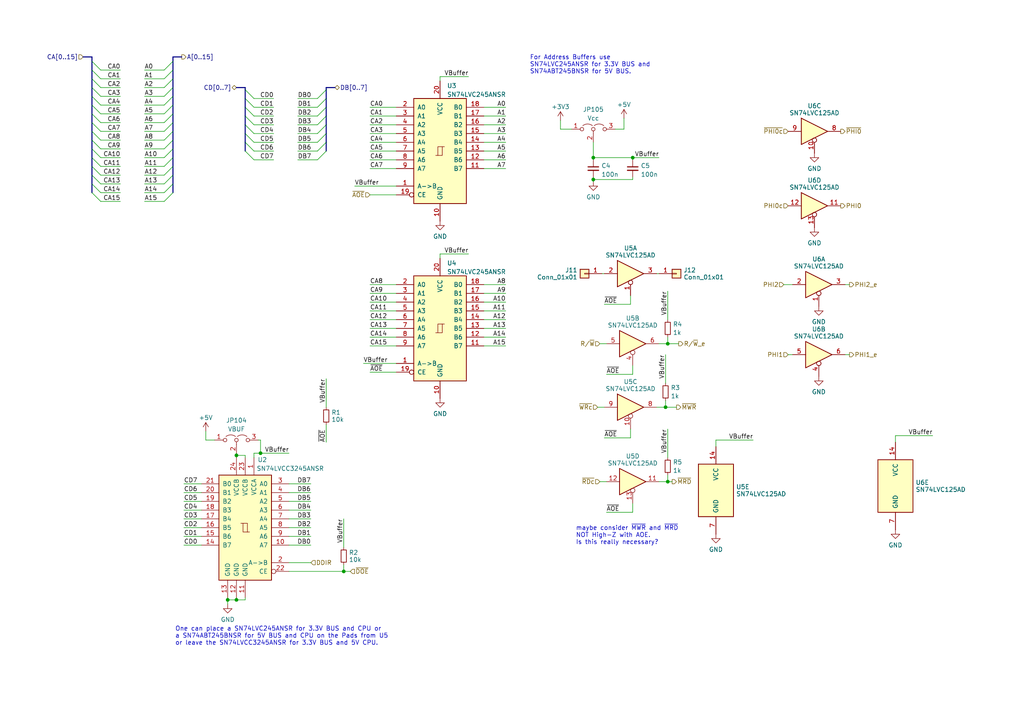
<source format=kicad_sch>
(kicad_sch (version 20231120) (generator "eeschema") (generator_version "8.0")
  (paper "A4")
  (title_block (title "Unicomp v3 - Buffers") (date "2024-10-01") (rev "v1.0") (company "100% Offner") (comment 1 "v1.0: Initial"))
  (lib_symbols
    (symbol "74xx:74LS125" (pin_names (offset 1.016))
      (property "Reference" "U" (at 0 1.27 0))
      (property "Value" "74LS125" (at 0 -1.27 0))
      (symbol "74LS125_1_0"
        (polyline (pts (xy -3.81 3.81) (xy -3.81 -3.81) (xy 3.81 0) (xy -3.81 3.81)) (stroke (width 0.254)) (fill (type background)))
        (pin input inverted (at 0 -6.35 90) (length 4.445) (name "~") (number "1"))
        (pin input line (at -7.62 0 0) (length 3.81) (name "~") (number "2"))
        (pin tri_state line (at 7.62 0 180) (length 3.81) (name "~") (number "3"))
      )
      (symbol "74LS125_2_0"
        (polyline (pts (xy -3.81 3.81) (xy -3.81 -3.81) (xy 3.81 0) (xy -3.81 3.81)) (stroke (width 0.254)) (fill (type background)))
        (pin input inverted (at 0 -6.35 90) (length 4.445) (name "~") (number "4"))
        (pin input line (at -7.62 0 0) (length 3.81) (name "~") (number "5"))
        (pin tri_state line (at 7.62 0 180) (length 3.81) (name "~") (number "6"))
      )
      (symbol "74LS125_3_0"
        (polyline (pts (xy -3.81 3.81) (xy -3.81 -3.81) (xy 3.81 0) (xy -3.81 3.81)) (stroke (width 0.254)) (fill (type background)))
        (pin input inverted (at 0 -6.35 90) (length 4.445) (name "~") (number "10"))
        (pin tri_state line (at 7.62 0 180) (length 3.81) (name "~") (number "8"))
        (pin input line (at -7.62 0 0) (length 3.81) (name "~") (number "9"))
      )
      (symbol "74LS125_4_0"
        (polyline (pts (xy -3.81 3.81) (xy -3.81 -3.81) (xy 3.81 0) (xy -3.81 3.81)) (stroke (width 0.254)) (fill (type background)))
        (pin tri_state line (at 7.62 0 180) (length 3.81) (name "~") (number "11"))
        (pin input line (at -7.62 0 0) (length 3.81) (name "~") (number "12"))
        (pin input inverted (at 0 -6.35 90) (length 4.445) (name "~") (number "13"))
      )
      (symbol "74LS125_5_0"
        (pin power_in line (at 0 12.7 270) (length 5.08) (name "VCC") (number "14"))
        (pin power_in line (at 0 -12.7 90) (length 5.08) (name "GND") (number "7"))
      )
      (symbol "74LS125_5_1"
        (rectangle (start -5.08 7.62) (end 5.08 -7.62) (stroke (width 0.254)) (fill (type background)))
      )
    )
    (symbol "74xx:74LS245" (pin_names (offset 1.016))
      (property "Reference" "U" (at -7.62 16.51 0))
      (property "Value" "74LS245" (at -7.62 -16.51 0))
      (symbol "74LS245_1_0"
        (polyline (pts (xy -0.635 -1.27) (xy -0.635 1.27) (xy 0.635 1.27)))
        (polyline (pts (xy -1.27 -1.27) (xy 0.635 -1.27) (xy 0.635 1.27) (xy 1.27 1.27)))
        (pin input line (at -12.7 -10.16 0) (length 5.08) (name "A->B") (number "1"))
        (pin power_in line (at 0 -20.32 90) (length 5.08) (name "GND") (number "10"))
        (pin tri_state line (at 12.7 -5.08 180) (length 5.08) (name "B7") (number "11"))
        (pin tri_state line (at 12.7 -2.54 180) (length 5.08) (name "B6") (number "12"))
        (pin tri_state line (at 12.7 0 180) (length 5.08) (name "B5") (number "13"))
        (pin tri_state line (at 12.7 2.54 180) (length 5.08) (name "B4") (number "14"))
        (pin tri_state line (at 12.7 5.08 180) (length 5.08) (name "B3") (number "15"))
        (pin tri_state line (at 12.7 7.62 180) (length 5.08) (name "B2") (number "16"))
        (pin tri_state line (at 12.7 10.16 180) (length 5.08) (name "B1") (number "17"))
        (pin tri_state line (at 12.7 12.7 180) (length 5.08) (name "B0") (number "18"))
        (pin input inverted (at -12.7 -12.7 0) (length 5.08) (name "CE") (number "19"))
        (pin tri_state line (at -12.7 12.7 0) (length 5.08) (name "A0") (number "2"))
        (pin power_in line (at 0 20.32 270) (length 5.08) (name "VCC") (number "20"))
        (pin tri_state line (at -12.7 10.16 0) (length 5.08) (name "A1") (number "3"))
        (pin tri_state line (at -12.7 7.62 0) (length 5.08) (name "A2") (number "4"))
        (pin tri_state line (at -12.7 5.08 0) (length 5.08) (name "A3") (number "5"))
        (pin tri_state line (at -12.7 2.54 0) (length 5.08) (name "A4") (number "6"))
        (pin tri_state line (at -12.7 0 0) (length 5.08) (name "A5") (number "7"))
        (pin tri_state line (at -12.7 -2.54 0) (length 5.08) (name "A6") (number "8"))
        (pin tri_state line (at -12.7 -5.08 0) (length 5.08) (name "A7") (number "9"))
      )
      (symbol "74LS245_1_1"
        (rectangle (start -7.62 15.24) (end 7.62 -15.24) (stroke (width 0.254)) (fill (type background)))
      )
    )
    (symbol "Connector_Generic:Conn_01x01" (pin_names (offset 1.016) hide)
      (property "Reference" "J" (at 0 2.54 0))
      (property "Value" "Conn_01x01" (at 0 -2.54 0))
      (symbol "Conn_01x01_1_1"
        (rectangle (start -1.27 0.127) (end 0 -0.127) (stroke (width 0.1524)))
        (rectangle (start -1.27 1.27) (end 1.27 -1.27) (stroke (width 0.254)) (fill (type background)))
        (pin passive line (at -5.08 0 0) (length 3.81) (name "Pin_1") (number "1"))
      )
    )
    (symbol "Device:C_Small" (pin_numbers hide) (pin_names (offset 0.254) hide)
      (property "Reference" "C" (at 0.254 1.778 0))
      (property "Value" "C_Small" (at 0.254 -2.032 0))
      (symbol "C_Small_0_1"
        (polyline (pts (xy -1.524 -0.508) (xy 1.524 -0.508)) (stroke (width 0.3302)))
        (polyline (pts (xy -1.524 0.508) (xy 1.524 0.508)) (stroke (width 0.3048)))
      )
      (symbol "C_Small_1_1"
        (pin passive line (at 0 2.54 270) (length 2.032) (name "~") (number "1"))
        (pin passive line (at 0 -2.54 90) (length 2.032) (name "~") (number "2"))
      )
    )
    (symbol "Device:R_Small" (pin_numbers hide) (pin_names (offset 0.254) hide)
      (property "Reference" "R" (at 0.762 0.508 0))
      (property "Value" "R_Small" (at 0.762 -1.016 0))
      (symbol "R_Small_0_1"
        (rectangle (start -0.762 1.778) (end 0.762 -1.778) (stroke (width 0.2032)))
      )
      (symbol "R_Small_1_1"
        (pin passive line (at 0 2.54 270) (length 0.762) (name "~") (number "1"))
        (pin passive line (at 0 -2.54 90) (length 0.762) (name "~") (number "2"))
      )
    )
    (symbol "Jumper:Jumper_3_Open" (pin_names (offset 0) hide)
      (property "Reference" "JP" (at -2.54 -2.54 0))
      (property "Value" "Jumper_3_Open" (at 0 2.794 0))
      (symbol "Jumper_3_Open_0_0"
        (circle (center -3.302 0) (radius 0.508))
        (circle (center 0 0) (radius 0.508))
        (circle (center 3.302 0) (radius 0.508))
      )
      (symbol "Jumper_3_Open_0_1"
        (arc (start -0.254 1.016) (mid -1.651 1.4992) (end -3.048 1.016))
        (polyline (pts (xy 0 -0.508) (xy 0 -1.27)))
        (arc (start 3.048 1.016) (mid 1.651 1.4992) (end 0.254 1.016))
      )
      (symbol "Jumper_3_Open_1_1"
        (pin passive line (at -6.35 0 0) (length 2.54) (name "A") (number "1"))
        (pin passive line (at 0 -3.81 90) (length 2.54) (name "C") (number "2"))
        (pin passive line (at 6.35 0 180) (length 2.54) (name "B") (number "3"))
      )
    )
    (symbol "my_ics_new:74LVC4245" (pin_names (offset 1.016))
      (property "Reference" "U" (at -7.62 19.05 0))
      (property "Value" "74LVC4245" (at -10.16 16.51 0))
      (symbol "74LVC4245_1_0"
        (polyline (pts (xy -0.635 -1.27) (xy -0.635 1.27) (xy 0.635 1.27)))
        (polyline (pts (xy -1.27 -1.27) (xy 0.635 -1.27) (xy 0.635 1.27) (xy 1.27 1.27)))
        (pin power_in line (at -2.54 20.32 270) (length 5.08) (name "VCCA") (number "1"))
        (pin tri_state line (at -12.7 -5.08 0) (length 5.08) (name "A7") (number "10"))
        (pin power_in line (at 0 -20.32 90) (length 5.08) (name "GND") (number "11"))
        (pin power_in line (at 2.54 -20.32 90) (length 5.08) (name "GND") (number "12"))
        (pin power_in line (at 5.08 -20.32 90) (length 5.08) (name "GND") (number "13"))
        (pin tri_state line (at 12.7 -5.08 180) (length 5.08) (name "B7") (number "14"))
        (pin tri_state line (at 12.7 -2.54 180) (length 5.08) (name "B6") (number "15"))
        (pin tri_state line (at 12.7 0 180) (length 5.08) (name "B5") (number "16"))
        (pin tri_state line (at 12.7 2.54 180) (length 5.08) (name "B4") (number "17"))
        (pin tri_state line (at 12.7 5.08 180) (length 5.08) (name "B3") (number "18"))
        (pin tri_state line (at 12.7 7.62 180) (length 5.08) (name "B2") (number "19"))
        (pin input line (at -12.7 -10.16 0) (length 5.08) (name "A->B") (number "2"))
        (pin tri_state line (at 12.7 10.16 180) (length 5.08) (name "B1") (number "20"))
        (pin tri_state line (at 12.7 12.7 180) (length 5.08) (name "B0") (number "21"))
        (pin input inverted (at -12.7 -12.7 0) (length 5.08) (name "CE") (number "22"))
        (pin power_in line (at 0 20.32 270) (length 5.08) (name "VCCB") (number "23"))
        (pin power_in line (at 2.54 20.32 270) (length 5.08) (name "VCCB") (number "24"))
        (pin tri_state line (at -12.7 12.7 0) (length 5.08) (name "A0") (number "3"))
        (pin tri_state line (at -12.7 10.16 0) (length 5.08) (name "A1") (number "4"))
        (pin tri_state line (at -12.7 7.62 0) (length 5.08) (name "A2") (number "5"))
        (pin tri_state line (at -12.7 5.08 0) (length 5.08) (name "A3") (number "6"))
        (pin tri_state line (at -12.7 2.54 0) (length 5.08) (name "A4") (number "7"))
        (pin tri_state line (at -12.7 0 0) (length 5.08) (name "A5") (number "8"))
        (pin tri_state line (at -12.7 -2.54 0) (length 5.08) (name "A6") (number "9"))
      )
      (symbol "74LVC4245_1_1"
        (rectangle (start -7.62 15.24) (end 7.62 -15.24) (stroke (width 0.254)) (fill (type background)))
      )
    )
    (symbol "power:+3V3" (power) (pin_names (offset 0))
      (property "Value" "+3V3" (at 0 3.556 0))
      (symbol "+3V3_0_1"
        (polyline (pts (xy -0.762 1.27) (xy 0 2.54)))
        (polyline (pts (xy 0 0) (xy 0 2.54)))
        (polyline (pts (xy 0 2.54) (xy 0.762 1.27)))
      )
      (symbol "+3V3_1_1"
        (pin power_in line (at 0 0 90) (length 0) hide (name "+3V3") (number "1"))
      )
    )
    (symbol "power:+5V" (power) (pin_names (offset 0))
      (property "Value" "+5V" (at 0 3.556 0))
      (symbol "+5V_0_1"
        (polyline (pts (xy -0.762 1.27) (xy 0 2.54)))
        (polyline (pts (xy 0 0) (xy 0 2.54)))
        (polyline (pts (xy 0 2.54) (xy 0.762 1.27)))
      )
      (symbol "+5V_1_1"
        (pin power_in line (at 0 0 90) (length 0) hide (name "+5V") (number "1"))
      )
    )
    (symbol "power:GND" (power) (pin_names (offset 0))
      (property "Value" "GND" (at 0 -3.81 0))
      (symbol "GND_0_1"
        (polyline (pts (xy 0 0) (xy 0 -1.27) (xy 1.27 -1.27) (xy 0 -2.54) (xy -1.27 -1.27) (xy 0 -1.27)))
      )
      (symbol "GND_1_1"
        (pin power_in line (at 0 0 270) (length 0) hide (name "GND") (number "1"))
      )
    )
  )
  (junction (at 172.085 45.72))
  (junction (at 99.695 165.735))
  (junction (at 66.04 173.99))
  (junction (at 183.515 45.72))
  (junction (at 172.085 52.07))
  (junction (at 68.58 173.99))
  (junction (at 193.675 99.695))
  (junction (at 75.565 131.445))
  (junction (at 193.04 118.11))
  (junction (at 68.58 132.08))
  (junction (at 193.675 139.7))
  (bus_entry (at 50.165 55.88) (size -2.54 2.54))
  (bus_entry (at 26.67 45.72) (size 2.54 2.54))
  (bus_entry (at 26.67 22.86) (size 2.54 2.54))
  (bus_entry (at 26.67 25.4) (size 2.54 2.54))
  (bus_entry (at 71.12 31.115) (size 2.54 2.54))
  (bus_entry (at 94.615 28.575) (size -2.54 2.54))
  (bus_entry (at 26.67 40.64) (size 2.54 2.54))
  (bus_entry (at 50.165 50.8) (size -2.54 2.54))
  (bus_entry (at 94.615 33.655) (size -2.54 2.54))
  (bus_entry (at 50.165 48.26) (size -2.54 2.54))
  (bus_entry (at 26.67 27.94) (size 2.54 2.54))
  (bus_entry (at 94.615 31.115) (size -2.54 2.54))
  (bus_entry (at 26.67 33.02) (size 2.54 2.54))
  (bus_entry (at 71.12 38.735) (size 2.54 2.54))
  (bus_entry (at 50.165 20.32) (size -2.54 2.54))
  (bus_entry (at 50.165 27.94) (size -2.54 2.54))
  (bus_entry (at 71.12 33.655) (size 2.54 2.54))
  (bus_entry (at 50.165 40.64) (size -2.54 2.54))
  (bus_entry (at 26.67 20.32) (size 2.54 2.54))
  (bus_entry (at 26.67 55.88) (size 2.54 2.54))
  (bus_entry (at 50.165 38.1) (size -2.54 2.54))
  (bus_entry (at 94.615 36.195) (size -2.54 2.54))
  (bus_entry (at 94.615 43.815) (size -2.54 2.54))
  (bus_entry (at 26.67 48.26) (size 2.54 2.54))
  (bus_entry (at 50.165 53.34) (size -2.54 2.54))
  (bus_entry (at 26.67 53.34) (size 2.54 2.54))
  (bus_entry (at 50.165 22.86) (size -2.54 2.54))
  (bus_entry (at 50.165 43.18) (size -2.54 2.54))
  (bus_entry (at 94.615 38.735) (size -2.54 2.54))
  (bus_entry (at 26.67 30.48) (size 2.54 2.54))
  (bus_entry (at 71.12 41.275) (size 2.54 2.54))
  (bus_entry (at 71.12 28.575) (size 2.54 2.54))
  (bus_entry (at 94.615 41.275) (size -2.54 2.54))
  (bus_entry (at 94.615 26.035) (size -2.54 2.54))
  (bus_entry (at 26.67 17.78) (size 2.54 2.54))
  (bus_entry (at 26.67 50.8) (size 2.54 2.54))
  (bus_entry (at 50.165 25.4) (size -2.54 2.54))
  (bus_entry (at 71.12 26.035) (size 2.54 2.54))
  (bus_entry (at 50.165 17.78) (size -2.54 2.54))
  (bus_entry (at 26.67 38.1) (size 2.54 2.54))
  (bus_entry (at 50.165 33.02) (size -2.54 2.54))
  (bus_entry (at 50.165 35.56) (size -2.54 2.54))
  (bus_entry (at 71.12 36.195) (size 2.54 2.54))
  (bus_entry (at 26.67 43.18) (size 2.54 2.54))
  (bus_entry (at 71.12 43.815) (size 2.54 2.54))
  (bus_entry (at 50.165 45.72) (size -2.54 2.54))
  (bus_entry (at 50.165 30.48) (size -2.54 2.54))
  (bus_entry (at 26.67 35.56) (size 2.54 2.54))
  (wire (pts (xy 183.515 52.07) (xy 183.515 51.435)))
  (wire (pts (xy 71.12 173.99) (xy 71.12 173.355)))
  (bus (pts (xy 26.67 25.4) (xy 26.67 22.86)))
  (bus (pts (xy 50.165 48.26) (xy 50.165 45.72)))
  (wire (pts (xy 83.82 131.445) (xy 75.565 131.445)))
  (wire (pts (xy 90.17 145.415) (xy 83.82 145.415)))
  (wire (pts (xy 71.12 132.08) (xy 71.12 132.715)))
  (wire (pts (xy 86.36 46.355) (xy 92.075 46.355)))
  (bus (pts (xy 50.165 55.88) (xy 50.165 53.34)))
  (wire (pts (xy 193.675 137.795) (xy 193.675 139.7)))
  (wire (pts (xy 127.635 22.225) (xy 127.635 23.495)))
  (wire (pts (xy 107.315 31.115) (xy 114.935 31.115)))
  (wire (pts (xy 107.315 56.515) (xy 114.935 56.515)))
  (bus (pts (xy 50.165 38.1) (xy 50.165 35.56)))
  (wire (pts (xy 107.315 100.33) (xy 114.935 100.33)))
  (wire (pts (xy 140.335 100.33) (xy 146.685 100.33)))
  (wire (pts (xy 107.315 33.655) (xy 114.935 33.655)))
  (wire (pts (xy 107.315 36.195) (xy 114.935 36.195)))
  (wire (pts (xy 59.69 127.635) (xy 62.23 127.635)))
  (bus (pts (xy 50.165 50.8) (xy 50.165 48.26)))
  (wire (pts (xy 183.515 45.72) (xy 183.515 46.355)))
  (bus (pts (xy 50.165 43.18) (xy 50.165 40.64)))
  (bus (pts (xy 50.165 20.32) (xy 50.165 17.78)))
  (wire (pts (xy 34.925 27.94) (xy 29.21 27.94)))
  (wire (pts (xy 173.355 118.11) (xy 175.26 118.11)))
  (wire (pts (xy 59.69 125.095) (xy 59.69 127.635)))
  (bus (pts (xy 94.615 36.195) (xy 94.615 33.655)))
  (bus (pts (xy 26.67 17.78) (xy 26.67 16.51)))
  (wire (pts (xy 34.925 22.86) (xy 29.21 22.86)))
  (wire (pts (xy 34.925 30.48) (xy 29.21 30.48)))
  (wire (pts (xy 140.335 90.17) (xy 146.685 90.17)))
  (wire (pts (xy 58.42 158.115) (xy 53.34 158.115)))
  (wire (pts (xy 173.99 99.695) (xy 175.895 99.695)))
  (wire (pts (xy 135.89 22.225) (xy 127.635 22.225)))
  (bus (pts (xy 71.12 41.275) (xy 71.12 38.735)))
  (wire (pts (xy 191.135 99.695) (xy 193.675 99.695)))
  (wire (pts (xy 90.17 163.195) (xy 83.82 163.195)))
  (bus (pts (xy 26.67 55.88) (xy 26.67 53.34)))
  (wire (pts (xy 172.085 52.07) (xy 183.515 52.07)))
  (wire (pts (xy 165.735 37.465) (xy 162.56 37.465)))
  (bus (pts (xy 71.12 25.4) (xy 68.58 25.4)))
  (wire (pts (xy 41.91 45.72) (xy 47.625 45.72)))
  (wire (pts (xy 162.56 34.925) (xy 162.56 37.465)))
  (bus (pts (xy 94.615 43.815) (xy 94.615 41.275)))
  (wire (pts (xy 107.315 41.275) (xy 114.935 41.275)))
  (wire (pts (xy 34.925 55.88) (xy 29.21 55.88)))
  (bus (pts (xy 94.615 25.4) (xy 97.155 25.4)))
  (bus (pts (xy 26.67 35.56) (xy 26.67 33.02)))
  (bus (pts (xy 26.67 48.26) (xy 26.67 45.72)))
  (bus (pts (xy 26.67 40.64) (xy 26.67 38.1)))
  (wire (pts (xy 34.925 25.4) (xy 29.21 25.4)))
  (wire (pts (xy 79.375 38.735) (xy 73.66 38.735)))
  (wire (pts (xy 174.625 79.375) (xy 175.26 79.375)))
  (wire (pts (xy 83.82 165.735) (xy 99.695 165.735)))
  (bus (pts (xy 71.12 31.115) (xy 71.12 28.575)))
  (wire (pts (xy 140.335 87.63) (xy 146.685 87.63)))
  (bus (pts (xy 94.615 38.735) (xy 94.615 36.195)))
  (wire (pts (xy 107.315 85.09) (xy 114.935 85.09)))
  (wire (pts (xy 246.38 102.87) (xy 245.11 102.87)))
  (wire (pts (xy 41.91 33.02) (xy 47.625 33.02)))
  (wire (pts (xy 86.36 43.815) (xy 92.075 43.815)))
  (bus (pts (xy 26.67 43.18) (xy 26.67 40.64)))
  (bus (pts (xy 26.67 33.02) (xy 26.67 30.48)))
  (wire (pts (xy 193.675 84.455) (xy 193.675 92.71)))
  (bus (pts (xy 26.67 20.32) (xy 26.67 17.78)))
  (wire (pts (xy 99.695 150.495) (xy 99.695 158.75)))
  (wire (pts (xy 191.135 139.7) (xy 193.675 139.7)))
  (wire (pts (xy 140.335 85.09) (xy 146.685 85.09)))
  (wire (pts (xy 41.91 43.18) (xy 47.625 43.18)))
  (wire (pts (xy 41.91 35.56) (xy 47.625 35.56)))
  (bus (pts (xy 94.615 28.575) (xy 94.615 26.035)))
  (wire (pts (xy 86.36 38.735) (xy 92.075 38.735)))
  (wire (pts (xy 173.99 139.7) (xy 175.895 139.7)))
  (wire (pts (xy 183.515 45.72) (xy 191.135 45.72)))
  (wire (pts (xy 107.315 107.95) (xy 114.935 107.95)))
  (wire (pts (xy 183.515 108.585) (xy 183.515 106.045)))
  (bus (pts (xy 26.67 27.94) (xy 26.67 25.4)))
  (wire (pts (xy 34.925 20.32) (xy 29.21 20.32)))
  (wire (pts (xy 79.375 46.355) (xy 73.66 46.355)))
  (wire (pts (xy 207.645 129.54) (xy 207.645 127.635)))
  (wire (pts (xy 58.42 153.035) (xy 53.34 153.035)))
  (bus (pts (xy 50.165 45.72) (xy 50.165 43.18)))
  (bus (pts (xy 50.165 30.48) (xy 50.165 27.94)))
  (wire (pts (xy 228.6 102.87) (xy 229.87 102.87)))
  (wire (pts (xy 41.91 20.32) (xy 47.625 20.32)))
  (wire (pts (xy 86.36 33.655) (xy 92.075 33.655)))
  (bus (pts (xy 26.67 50.8) (xy 26.67 48.26)))
  (wire (pts (xy 140.335 97.79) (xy 146.685 97.79)))
  (wire (pts (xy 140.335 92.71) (xy 146.685 92.71)))
  (wire (pts (xy 180.975 37.465) (xy 178.435 37.465)))
  (wire (pts (xy 182.88 127) (xy 182.88 124.46)))
  (bus (pts (xy 50.165 17.78) (xy 50.165 16.51)))
  (wire (pts (xy 172.085 52.705) (xy 172.085 52.07)))
  (bus (pts (xy 50.165 33.02) (xy 50.165 30.48)))
  (bus (pts (xy 50.165 22.86) (xy 50.165 20.32)))
  (wire (pts (xy 58.42 145.415) (xy 53.34 145.415)))
  (wire (pts (xy 73.66 131.445) (xy 73.66 132.715)))
  (wire (pts (xy 193.675 97.79) (xy 193.675 99.695)))
  (wire (pts (xy 107.315 48.895) (xy 114.935 48.895)))
  (wire (pts (xy 58.42 142.875) (xy 53.34 142.875)))
  (wire (pts (xy 140.335 48.895) (xy 146.685 48.895)))
  (wire (pts (xy 79.375 31.115) (xy 73.66 31.115)))
  (wire (pts (xy 140.335 33.655) (xy 146.685 33.655)))
  (wire (pts (xy 86.36 41.275) (xy 92.075 41.275)))
  (wire (pts (xy 101.6 165.735) (xy 99.695 165.735)))
  (bus (pts (xy 50.165 25.4) (xy 50.165 22.86)))
  (wire (pts (xy 86.36 36.195) (xy 92.075 36.195)))
  (wire (pts (xy 34.925 48.26) (xy 29.21 48.26)))
  (bus (pts (xy 50.165 35.56) (xy 50.165 33.02)))
  (wire (pts (xy 86.36 28.575) (xy 92.075 28.575)))
  (wire (pts (xy 175.895 108.585) (xy 183.515 108.585)))
  (wire (pts (xy 259.715 128.27) (xy 259.715 126.365)))
  (wire (pts (xy 193.04 118.11) (xy 196.215 118.11)))
  (wire (pts (xy 34.925 50.8) (xy 29.21 50.8)))
  (wire (pts (xy 66.04 173.99) (xy 66.04 173.355)))
  (wire (pts (xy 102.87 53.975) (xy 114.935 53.975)))
  (wire (pts (xy 75.565 127.635) (xy 75.565 131.445)))
  (wire (pts (xy 190.5 118.11) (xy 193.04 118.11)))
  (wire (pts (xy 68.58 132.08) (xy 71.12 132.08)))
  (wire (pts (xy 58.42 150.495) (xy 53.34 150.495)))
  (wire (pts (xy 90.17 153.035) (xy 83.82 153.035)))
  (wire (pts (xy 58.42 155.575) (xy 53.34 155.575)))
  (wire (pts (xy 172.085 52.07) (xy 172.085 51.435)))
  (wire (pts (xy 34.925 35.56) (xy 29.21 35.56)))
  (bus (pts (xy 26.67 53.34) (xy 26.67 50.8)))
  (wire (pts (xy 193.675 124.46) (xy 193.675 132.715)))
  (wire (pts (xy 193.675 139.7) (xy 194.945 139.7)))
  (bus (pts (xy 50.165 53.34) (xy 50.165 50.8)))
  (wire (pts (xy 107.315 46.355) (xy 114.935 46.355)))
  (bus (pts (xy 26.67 30.48) (xy 26.67 27.94)))
  (wire (pts (xy 79.375 41.275) (xy 73.66 41.275)))
  (wire (pts (xy 66.04 173.99) (xy 68.58 173.99)))
  (wire (pts (xy 207.645 127.635) (xy 218.44 127.635)))
  (wire (pts (xy 41.91 30.48) (xy 47.625 30.48)))
  (wire (pts (xy 66.04 175.26) (xy 66.04 173.99)))
  (wire (pts (xy 90.17 158.115) (xy 83.82 158.115)))
  (wire (pts (xy 140.335 36.195) (xy 146.685 36.195)))
  (wire (pts (xy 41.91 58.42) (xy 47.625 58.42)))
  (wire (pts (xy 140.335 31.115) (xy 146.685 31.115)))
  (wire (pts (xy 182.88 88.265) (xy 182.88 85.725)))
  (bus (pts (xy 71.12 26.035) (xy 71.12 25.4)))
  (wire (pts (xy 34.925 45.72) (xy 29.21 45.72)))
  (wire (pts (xy 127.635 73.66) (xy 127.635 74.93)))
  (wire (pts (xy 107.315 97.79) (xy 114.935 97.79)))
  (wire (pts (xy 41.91 27.94) (xy 47.625 27.94)))
  (wire (pts (xy 79.375 33.655) (xy 73.66 33.655)))
  (wire (pts (xy 41.91 50.8) (xy 47.625 50.8)))
  (wire (pts (xy 34.925 38.1) (xy 29.21 38.1)))
  (wire (pts (xy 90.17 140.335) (xy 83.82 140.335)))
  (wire (pts (xy 107.315 90.17) (xy 114.935 90.17)))
  (wire (pts (xy 107.315 92.71) (xy 114.935 92.71)))
  (wire (pts (xy 58.42 147.955) (xy 53.34 147.955)))
  (wire (pts (xy 68.58 132.08) (xy 68.58 132.715)))
  (wire (pts (xy 190.5 79.375) (xy 191.135 79.375)))
  (bus (pts (xy 71.12 36.195) (xy 71.12 33.655)))
  (wire (pts (xy 227.33 82.55) (xy 229.87 82.55)))
  (wire (pts (xy 107.315 82.55) (xy 114.935 82.55)))
  (wire (pts (xy 140.335 43.815) (xy 146.685 43.815)))
  (wire (pts (xy 140.335 46.355) (xy 146.685 46.355)))
  (wire (pts (xy 105.41 105.41) (xy 114.935 105.41)))
  (wire (pts (xy 107.315 95.25) (xy 114.935 95.25)))
  (wire (pts (xy 34.925 58.42) (xy 29.21 58.42)))
  (wire (pts (xy 183.515 148.59) (xy 183.515 146.05)))
  (wire (pts (xy 34.925 53.34) (xy 29.21 53.34)))
  (wire (pts (xy 107.315 38.735) (xy 114.935 38.735)))
  (wire (pts (xy 41.91 38.1) (xy 47.625 38.1)))
  (bus (pts (xy 50.165 27.94) (xy 50.165 25.4)))
  (wire (pts (xy 107.315 43.815) (xy 114.935 43.815)))
  (wire (pts (xy 34.925 43.18) (xy 29.21 43.18)))
  (wire (pts (xy 41.91 53.34) (xy 47.625 53.34)))
  (wire (pts (xy 172.085 45.72) (xy 172.085 46.355)))
  (bus (pts (xy 50.165 16.51) (xy 52.705 16.51)))
  (wire (pts (xy 175.895 148.59) (xy 183.515 148.59)))
  (wire (pts (xy 90.17 142.875) (xy 83.82 142.875)))
  (bus (pts (xy 71.12 38.735) (xy 71.12 36.195)))
  (wire (pts (xy 79.375 36.195) (xy 73.66 36.195)))
  (wire (pts (xy 140.335 82.55) (xy 146.685 82.55)))
  (wire (pts (xy 58.42 140.335) (xy 53.34 140.335)))
  (bus (pts (xy 94.615 31.115) (xy 94.615 28.575)))
  (bus (pts (xy 26.67 45.72) (xy 26.67 43.18)))
  (wire (pts (xy 90.17 150.495) (xy 83.82 150.495)))
  (wire (pts (xy 41.91 22.86) (xy 47.625 22.86)))
  (wire (pts (xy 79.375 28.575) (xy 73.66 28.575)))
  (wire (pts (xy 140.335 95.25) (xy 146.685 95.25)))
  (wire (pts (xy 175.26 127) (xy 182.88 127)))
  (wire (pts (xy 90.17 155.575) (xy 83.82 155.575)))
  (bus (pts (xy 50.165 40.64) (xy 50.165 38.1)))
  (wire (pts (xy 41.91 40.64) (xy 47.625 40.64)))
  (wire (pts (xy 193.04 102.87) (xy 193.04 111.125)))
  (wire (pts (xy 34.925 33.02) (xy 29.21 33.02)))
  (wire (pts (xy 245.11 82.55) (xy 246.38 82.55)))
  (bus (pts (xy 94.615 26.035) (xy 94.615 25.4)))
  (wire (pts (xy 140.335 38.735) (xy 146.685 38.735)))
  (wire (pts (xy 172.085 45.72) (xy 183.515 45.72)))
  (wire (pts (xy 175.26 88.265) (xy 182.88 88.265)))
  (wire (pts (xy 41.91 25.4) (xy 47.625 25.4)))
  (bus (pts (xy 26.67 22.86) (xy 26.67 20.32)))
  (wire (pts (xy 68.58 131.445) (xy 68.58 132.08)))
  (wire (pts (xy 74.93 127.635) (xy 75.565 127.635)))
  (wire (pts (xy 193.675 99.695) (xy 196.85 99.695)))
  (wire (pts (xy 34.925 40.64) (xy 29.21 40.64)))
  (bus (pts (xy 71.12 28.575) (xy 71.12 26.035)))
  (wire (pts (xy 259.715 126.365) (xy 270.51 126.365)))
  (wire (pts (xy 68.58 173.99) (xy 68.58 173.355)))
  (bus (pts (xy 71.12 33.655) (xy 71.12 31.115)))
  (wire (pts (xy 68.58 173.99) (xy 71.12 173.99)))
  (bus (pts (xy 94.615 41.275) (xy 94.615 38.735)))
  (wire (pts (xy 107.315 87.63) (xy 114.935 87.63)))
  (wire (pts (xy 180.975 34.29) (xy 180.975 37.465)))
  (wire (pts (xy 135.89 73.66) (xy 127.635 73.66)))
  (wire (pts (xy 140.335 41.275) (xy 146.685 41.275)))
  (wire (pts (xy 41.91 55.88) (xy 47.625 55.88)))
  (wire (pts (xy 90.17 147.955) (xy 83.82 147.955)))
  (wire (pts (xy 86.36 31.115) (xy 92.075 31.115)))
  (wire (pts (xy 99.695 163.83) (xy 99.695 165.735)))
  (wire (pts (xy 94.615 123.19) (xy 94.615 128.27)))
  (bus (pts (xy 71.12 43.815) (xy 71.12 41.275)))
  (wire (pts (xy 193.04 116.205) (xy 193.04 118.11)))
  (wire (pts (xy 41.91 48.26) (xy 47.625 48.26)))
  (wire (pts (xy 94.615 109.855) (xy 94.615 118.11)))
  (wire (pts (xy 79.375 43.815) (xy 73.66 43.815)))
  (bus (pts (xy 94.615 33.655) (xy 94.615 31.115)))
  (wire (pts (xy 172.085 41.275) (xy 172.085 45.72)))
  (wire (pts (xy 75.565 131.445) (xy 73.66 131.445)))
  (bus (pts (xy 26.67 16.51) (xy 24.13 16.51)))
  (bus (pts (xy 26.67 38.1) (xy 26.67 35.56)))
  (text "For Address Buffers use \nSN74LVC245ANSR for 3.3V BUS and\nSN74ABT245BNSR for 5V BUS." (at 153.67 21.59 0) (effects (font (size 1.27 1.27)) (justify left bottom)))
  (text "One can place a SN74LVC245ANSR for 3.3V BUS and CPU or\na SN74ABT245BNSR for 5V BUS and CPU on the Pads from U5\nor leave the SN74LVCC3245ANSR for 3.3V BUS and 5V CPU.\n" (at 50.8 187.325 0) (effects (font (size 1.27 1.27)) (justify left bottom)))
  (text "maybe consider ~{MWR} and ~{MRD}\nNOT High-Z with AOE. \nIs this really necessary?" (at 167.005 158.115 0) (effects (font (size 1.27 1.27)) (justify left bottom)))
  (label "CA7" (at 34.925 38.1 180))
  (label "A15" (at 41.91 58.42 0))
  (label "DB7" (at 90.17 140.335 180))
  (label "CA3" (at 107.315 38.735 0))
  (label "VBuffer" (at 135.89 73.66 180))
  (label "CA0" (at 34.925 20.32 180))
  (label "A2" (at 146.685 36.195 180))
  (label "A0" (at 41.91 20.32 0))
  (label "CD1" (at 79.375 31.115 180))
  (label "~{AOE}" (at 107.315 107.95 0))
  (label "A5" (at 146.685 43.815 180))
  (label "CA6" (at 107.315 46.355 0))
  (label "VBuffer" (at 135.89 22.225 180))
  (label "A12" (at 41.91 50.8 0))
  (label "A10" (at 146.685 87.63 180))
  (label "A7" (at 41.91 38.1 0))
  (label "A10" (at 41.91 45.72 0))
  (label "CA9" (at 107.315 85.09 0))
  (label "DB6" (at 90.17 142.875 180))
  (label "A12" (at 146.685 92.71 180))
  (label "CA3" (at 34.925 27.94 180))
  (label "A8" (at 146.685 82.55 180))
  (label "A4" (at 146.685 41.275 180))
  (label "DB2" (at 86.36 33.655 0))
  (label "CD1" (at 53.34 155.575 0))
  (label "DB5" (at 90.17 145.415 180))
  (label "VBuffer" (at 193.675 84.455 270))
  (label "DB1" (at 90.17 155.575 180))
  (label "A0" (at 146.685 31.115 180))
  (label "CA1" (at 34.925 22.86 180))
  (label "CA9" (at 34.925 43.18 180))
  (label "DB0" (at 86.36 28.575 0))
  (label "CD0" (at 53.34 158.115 0))
  (label "CA7" (at 107.315 48.895 0))
  (label "CA4" (at 107.315 41.275 0))
  (label "VBuffer" (at 193.04 102.87 270))
  (label "A4" (at 41.91 30.48 0))
  (label "CD7" (at 79.375 46.355 180))
  (label "CA2" (at 34.925 25.4 180))
  (label "CD5" (at 79.375 41.275 180))
  (label "CA2" (at 107.315 36.195 0))
  (label "CD5" (at 53.34 145.415 0))
  (label "CD0" (at 79.375 28.575 180))
  (label "A3" (at 146.685 38.735 180))
  (label "CA11" (at 107.315 90.17 0))
  (label "CD2" (at 79.375 33.655 180))
  (label "A7" (at 146.685 48.895 180))
  (label "DB5" (at 86.36 41.275 0))
  (label "A11" (at 146.685 90.17 180))
  (label "A14" (at 41.91 55.88 0))
  (label "A8" (at 41.91 40.64 0))
  (label "A5" (at 41.91 33.02 0))
  (label "~{AOE}" (at 94.615 128.27 90))
  (label "DB4" (at 90.17 147.955 180))
  (label "A2" (at 41.91 25.4 0))
  (label "A14" (at 146.685 97.79 180))
  (label "DB1" (at 86.36 31.115 0))
  (label "VBuffer" (at 99.695 150.495 270))
  (label "CA13" (at 34.925 53.34 180))
  (label "VBuffer" (at 218.44 127.635 180))
  (label "A6" (at 146.685 46.355 180))
  (label "CA0" (at 107.315 31.115 0))
  (label "CA15" (at 107.315 100.33 0))
  (label "A9" (at 146.685 85.09 180))
  (label "A11" (at 41.91 48.26 0))
  (label "CA8" (at 34.925 40.64 180))
  (label "VBuffer" (at 191.135 45.72 180))
  (label "DB6" (at 86.36 43.815 0))
  (label "A3" (at 41.91 27.94 0))
  (label "A13" (at 41.91 53.34 0))
  (label "~{AOE}" (at 175.895 148.59 0))
  (label "A13" (at 146.685 95.25 180))
  (label "~{AOE}" (at 175.26 127 0))
  (label "CA10" (at 107.315 87.63 0))
  (label "CD3" (at 79.375 36.195 180))
  (label "A9" (at 41.91 43.18 0))
  (label "~{AOE}" (at 175.895 108.585 0))
  (label "CA4" (at 34.925 30.48 180))
  (label "DB2" (at 90.17 153.035 180))
  (label "VBuffer" (at 193.675 124.46 270))
  (label "~{AOE}" (at 175.26 88.265 0))
  (label "CA15" (at 34.925 58.42 180))
  (label "CA5" (at 34.925 33.02 180))
  (label "CA8" (at 107.315 82.55 0))
  (label "CD4" (at 79.375 38.735 180))
  (label "DB0" (at 90.17 158.115 180))
  (label "CA5" (at 107.315 43.815 0))
  (label "CD4" (at 53.34 147.955 0))
  (label "CA6" (at 34.925 35.56 180))
  (label "CA1" (at 107.315 33.655 0))
  (label "CD7" (at 53.34 140.335 0))
  (label "VBuffer" (at 270.51 126.365 180))
  (label "A15" (at 146.685 100.33 180))
  (label "A6" (at 41.91 35.56 0))
  (label "CA14" (at 34.925 55.88 180))
  (label "CA13" (at 107.315 95.25 0))
  (label "CD2" (at 53.34 153.035 0))
  (label "DB7" (at 86.36 46.355 0))
  (label "A1" (at 146.685 33.655 180))
  (label "CD3" (at 53.34 150.495 0))
  (label "VBuffer" (at 105.41 105.41 0))
  (label "DB4" (at 86.36 38.735 0))
  (label "DB3" (at 90.17 150.495 180))
  (label "CA10" (at 34.925 45.72 180))
  (label "CA11" (at 34.925 48.26 180))
  (label "VBuffer" (at 94.615 109.855 270))
  (label "CA14" (at 107.315 97.79 0))
  (label "VBuffer" (at 102.87 53.975 0))
  (label "CA12" (at 107.315 92.71 0))
  (label "CA12" (at 34.925 50.8 180))
  (label "A1" (at 41.91 22.86 0))
  (label "VBuffer" (at 83.82 131.445 180))
  (label "CD6" (at 79.375 43.815 180))
  (label "DB3" (at 86.36 36.195 0))
  (label "CD6" (at 53.34 142.875 0))
  (hierarchical_label "~{WRc}" (shape input) (at 173.355 118.11 180))
  (hierarchical_label "CA[0..15]" (shape input) (at 24.13 16.51 180))
  (hierarchical_label "CD[0..7]" (shape bidirectional) (at 68.58 25.4 180))
  (hierarchical_label "DDIR" (shape input) (at 90.17 163.195 0))
  (hierarchical_label "~{MRD}" (shape output) (at 194.945 139.7 0))
  (hierarchical_label "PHI2_e" (shape output) (at 246.38 82.55 0))
  (hierarchical_label "~{RDc}" (shape input) (at 173.99 139.7 180))
  (hierarchical_label "R{slash}~{W}_e" (shape output) (at 196.85 99.695 0))
  (hierarchical_label "~{PHI0}" (shape output) (at 243.84 38.1 0))
  (hierarchical_label "PHI0c" (shape input) (at 228.6 59.69 180))
  (hierarchical_label "~{PHI0c}" (shape input) (at 228.6 38.1 180))
  (hierarchical_label "PHI1_e" (shape output) (at 246.38 102.87 0))
  (hierarchical_label "PHI2" (shape input) (at 227.33 82.55 180))
  (hierarchical_label "PHI0" (shape output) (at 243.84 59.69 0))
  (hierarchical_label "~{AOE}" (shape input) (at 107.315 56.515 180))
  (hierarchical_label "~{DOE}" (shape input) (at 101.6 165.735 0))
  (hierarchical_label "PHI1" (shape input) (at 228.6 102.87 180))
  (hierarchical_label "DB[0..7]" (shape bidirectional) (at 97.155 25.4 0))
  (hierarchical_label "~{MWR}" (shape output) (at 196.215 118.11 0))
  (hierarchical_label "A[0..15]" (shape output) (at 52.705 16.51 0))
  (hierarchical_label "R{slash}~{W}" (shape input) (at 173.99 99.695 180))
  (symbol (lib_id "power:+3V3") (at 162.56 34.925 0) (unit 1)
    (property "Reference" "#PWR011" (effects (hide yes)))
    (property "Value" "+3V3" (at 162.56 30.98 0))
  )
  (symbol (lib_id "Device:C_Small") (at 172.085 48.895 0) (unit 1)
    (property "Reference" "C4" (at 174.4091 48.0666 0) (effects (justify left)))
    (property "Value" "100n" (at 174.4091 50.6035 0) (effects (justify left)))
    (property "Footprint" "Capacitor_SMD:C_1206_3216Metric" (effects (hide yes)))
  )
  (symbol (lib_id "74xx:74LS125") (at 182.88 118.11 0) (unit 3)
    (property "Reference" "U5" (at 182.88 110.72 0))
    (property "Value" "SN74LVC125AD" (at 182.88 112.768 0))
    (property "Footprint" "Package_SO:SOIC-14_3.9x8.7mm_P1.27mm" (effects (hide yes)))
    (property "Datasheet" "http://www.ti.com/lit/gpn/sn74LS125" (effects (hide yes)))
  )
  (symbol (lib_id "Jumper:Jumper_3_Open") (at 68.58 127.635 0) (unit 1) (in_bom no)
    (property "Reference" "JP104" (at 68.58 121.92 0))
    (property "Value" "VBUF" (at 68.58 124.46 0))
    (property "Footprint" "Jumper:SolderJumper-3_P1.3mm_Open_Pad1.0x1.5mm_NumberLabels" (effects (hide yes)))
  )
  (symbol (lib_id "power:GND") (at 172.085 52.705 0) (unit 1)
    (property "Reference" "#PWR018" (effects (hide yes)))
    (property "Value" "GND" (at 172.085 57.1484 0))
  )
  (symbol (lib_id "74xx:74LS125") (at 237.49 102.87 0) (unit 2)
    (property "Reference" "U6" (at 237.49 95.48 0))
    (property "Value" "SN74LVC125AD" (at 237.49 97.528 0))
    (property "Footprint" "Package_SO:SOIC-14_3.9x8.7mm_P1.27mm" (effects (hide yes)))
    (property "Datasheet" "http://www.ti.com/lit/gpn/sn74LS125" (effects (hide yes)))
  )
  (symbol (lib_id "power:GND") (at 259.715 153.67 0) (mirror y) (unit 1)
    (property "Reference" "#PWR025" (effects (hide yes)))
    (property "Value" "GND" (at 259.715 158.1134 0))
  )
  (symbol (lib_id "power:GND") (at 66.04 175.26 0) (mirror y) (unit 1)
    (property "Reference" "#PWR05" (effects (hide yes)))
    (property "Value" "GND" (at 66.04 179.7034 0))
  )
  (symbol (lib_id "74xx:74LS125") (at 183.515 99.695 0) (unit 2)
    (property "Reference" "U5" (at 183.515 92.305 0))
    (property "Value" "SN74LVC125AD" (at 183.515 94.353 0))
    (property "Footprint" "Package_SO:SOIC-14_3.9x8.7mm_P1.27mm" (effects (hide yes)))
    (property "Datasheet" "http://www.ti.com/lit/gpn/sn74LS125" (effects (hide yes)))
  )
  (symbol (lib_id "74xx:74LS125") (at 237.49 82.55 0) (unit 1)
    (property "Reference" "U6" (at 237.49 75.16 0))
    (property "Value" "SN74LVC125AD" (at 237.49 77.208 0))
    (property "Footprint" "Package_SO:SOIC-14_3.9x8.7mm_P1.27mm" (effects (hide yes)))
    (property "Datasheet" "http://www.ti.com/lit/gpn/sn74LS125" (effects (hide yes)))
  )
  (symbol (lib_id "power:GND") (at 237.49 88.9 0) (mirror y) (unit 1)
    (property "Reference" "#PWR023" (effects (hide yes)))
    (property "Value" "GND" (at 237.49 93.3434 0))
  )
  (symbol (lib_id "74xx:74LS245") (at 127.635 95.25 0) (unit 1)
    (property "Reference" "U4" (at 129.6544 76.3102 0) (effects (justify left)))
    (property "Value" "SN74LVC245ANSR" (at 129.6544 78.8471 0) (effects (justify left)))
    (property "Footprint" "Package_SO:SO-20_5.3x12.6mm_P1.27mm" (effects (hide yes)))
    (property "Datasheet" "http://www.ti.com/lit/gpn/sn74LS245" (effects (hide yes)))
  )
  (symbol (lib_id "power:GND") (at 237.49 109.22 0) (mirror y) (unit 1)
    (property "Reference" "#PWR024" (effects (hide yes)))
    (property "Value" "GND" (at 237.49 113.6634 0))
  )
  (symbol (lib_id "Jumper:Jumper_3_Open") (at 172.085 37.465 0) (unit 1) (in_bom no)
    (property "Reference" "JP105" (at 172.085 31.75 0))
    (property "Value" "Vcc" (at 172.085 34.29 0))
    (property "Footprint" "Jumper:SolderJumper-3_P1.3mm_Open_RoundedPad1.0x1.5mm_NumberLabels" (effects (hide yes)))
  )
  (symbol (lib_id "Device:R_Small") (at 193.675 135.255 0) (unit 1)
    (property "Reference" "R5" (at 195.1736 134.0429 0) (effects (justify left)))
    (property "Value" "1k" (at 195.1736 136.4671 0) (effects (justify left)))
    (property "Footprint" "Resistor_SMD:R_1206_3216Metric_Pad1.30x1.75mm_HandSolder" (effects (hide yes)))
  )
  (symbol (lib_id "power:+5V") (at 59.69 125.095 0) (unit 1)
    (property "Reference" "#PWR04" (effects (hide yes)))
    (property "Value" "+5V" (at 59.69 121.15 0))
  )
  (symbol (lib_id "Device:C_Small") (at 183.515 48.895 0) (unit 1)
    (property "Reference" "C5" (at 185.8391 48.0666 0) (effects (justify left)))
    (property "Value" "100n" (at 185.8391 50.6035 0) (effects (justify left)))
    (property "Footprint" "Capacitor_SMD:C_1206_3216Metric" (effects (hide yes)))
  )
  (symbol (lib_id "74xx:74LS125") (at 236.22 59.69 0) (unit 4)
    (property "Reference" "U6" (at 236.22 52.3 0))
    (property "Value" "SN74LVC125AD" (at 236.22 54.348 0))
    (property "Footprint" "Package_SO:SOIC-14_3.9x8.7mm_P1.27mm" (effects (hide yes)))
    (property "Datasheet" "http://www.ti.com/lit/gpn/sn74LS125" (effects (hide yes)))
  )
  (symbol (lib_id "power:+5V") (at 180.975 34.29 0) (unit 1)
    (property "Reference" "#PWR019" (effects (hide yes)))
    (property "Value" "+5V" (at 180.975 30.345 0))
  )
  (symbol (lib_id "74xx:74LS125") (at 182.88 79.375 0) (unit 1)
    (property "Reference" "U5" (at 182.88 71.985 0))
    (property "Value" "SN74LVC125AD" (at 182.88 74.033 0))
    (property "Footprint" "Package_SO:SOIC-14_3.9x8.7mm_P1.27mm" (effects (hide yes)))
    (property "Datasheet" "http://www.ti.com/lit/gpn/sn74LS125" (effects (hide yes)))
  )
  (symbol (lib_id "74xx:74LS125") (at 259.715 140.97 0) (unit 5)
    (property "Reference" "U6" (at 265.557 139.946 0) (effects (justify left)))
    (property "Value" "SN74LVC125AD" (at 265.557 141.994 0) (effects (justify left)))
    (property "Footprint" "Package_SO:SOIC-14_3.9x8.7mm_P1.27mm" (effects (hide yes)))
    (property "Datasheet" "http://www.ti.com/lit/gpn/sn74LS125" (effects (hide yes)))
  )
  (symbol (lib_id "power:GND") (at 236.22 66.04 0) (mirror y) (unit 1)
    (property "Reference" "#PWR022" (effects (hide yes)))
    (property "Value" "GND" (at 236.22 70.4834 0))
  )
  (symbol (lib_id "power:GND") (at 127.635 115.57 0) (unit 1)
    (property "Reference" "#PWR010" (effects (hide yes)))
    (property "Value" "GND" (at 127.635 120.0134 0))
  )
  (symbol (lib_id "my_ics_new:74LVC4245") (at 71.12 153.035 0) (mirror y) (unit 1)
    (property "Reference" "U2" (at 77.47 133.35 0) (effects (justify left)))
    (property "Value" "SN74LVCC3245ANSR" (at 93.98 135.89 0) (effects (justify left)))
    (property "Footprint" "Package_SO:SO-24_5.3x15mm_P1.27mm" (effects (hide yes)))
    (property "Datasheet" "https://www.ti.com/lit/ds/symlink/sn74lvc4245a.pdf" (effects (hide yes)))
  )
  (symbol (lib_id "Connector_Generic:Conn_01x01") (at 196.215 79.375 0) (unit 1) (in_bom no)
    (property "Reference" "J12" (at 198.247 78.351 0) (effects (justify left)))
    (property "Value" "Conn_01x01" (at 198.247 80.399 0) (effects (justify left)))
    (property "Footprint" "Connector_PinHeader_1.27mm:PinHeader_1x01_P1.27mm_Vertical" (effects (hide yes)))
  )
  (symbol (lib_id "Device:R_Small") (at 193.675 95.25 0) (unit 1)
    (property "Reference" "R4" (at 195.1736 94.0379 0) (effects (justify left)))
    (property "Value" "1k" (at 195.1736 96.4621 0) (effects (justify left)))
    (property "Footprint" "Resistor_SMD:R_1206_3216Metric_Pad1.30x1.75mm_HandSolder" (effects (hide yes)))
  )
  (symbol (lib_id "Device:R_Small") (at 99.695 161.29 0) (unit 1)
    (property "Reference" "R2" (at 101.1936 160.266 0) (effects (justify left)))
    (property "Value" "10k" (at 101.1936 162.314 0) (effects (justify left)))
    (property "Footprint" "Resistor_SMD:R_1206_3216Metric_Pad1.30x1.75mm_HandSolder" (effects (hide yes)))
  )
  (symbol (lib_id "Connector_Generic:Conn_01x01") (at 169.545 79.375 0) (mirror y) (unit 1) (in_bom no)
    (property "Reference" "J11" (at 167.513 78.351 0) (effects (justify left)))
    (property "Value" "Conn_01x01" (at 167.513 80.399 0) (effects (justify left)))
    (property "Footprint" "Connector_PinHeader_1.27mm:PinHeader_1x01_P1.27mm_Vertical" (effects (hide yes)))
  )
  (symbol (lib_id "74xx:74LS125") (at 183.515 139.7 0) (unit 4)
    (property "Reference" "U5" (at 183.515 132.31 0))
    (property "Value" "SN74LVC125AD" (at 183.515 134.358 0))
    (property "Footprint" "Package_SO:SOIC-14_3.9x8.7mm_P1.27mm" (effects (hide yes)))
    (property "Datasheet" "http://www.ti.com/lit/gpn/sn74LS125" (effects (hide yes)))
  )
  (symbol (lib_id "Device:R_Small") (at 94.615 120.65 0) (unit 1)
    (property "Reference" "R1" (at 96.1136 119.626 0) (effects (justify left)))
    (property "Value" "10k" (at 96.1136 121.674 0) (effects (justify left)))
    (property "Footprint" "Resistor_SMD:R_1206_3216Metric_Pad1.30x1.75mm_HandSolder" (effects (hide yes)))
  )
  (symbol (lib_id "power:GND") (at 236.22 44.45 0) (mirror y) (unit 1)
    (property "Reference" "#PWR021" (effects (hide yes)))
    (property "Value" "GND" (at 236.22 48.8934 0))
  )
  (symbol (lib_id "Device:R_Small") (at 193.04 113.665 0) (unit 1)
    (property "Reference" "R3" (at 194.5386 112.4529 0) (effects (justify left)))
    (property "Value" "1k" (at 194.5386 114.8771 0) (effects (justify left)))
    (property "Footprint" "Resistor_SMD:R_1206_3216Metric_Pad1.30x1.75mm_HandSolder" (effects (hide yes)))
  )
  (symbol (lib_id "power:GND") (at 207.645 154.94 0) (mirror y) (unit 1)
    (property "Reference" "#PWR020" (effects (hide yes)))
    (property "Value" "GND" (at 207.645 159.3834 0))
  )
  (symbol (lib_id "74xx:74LS125") (at 236.22 38.1 0) (unit 3)
    (property "Reference" "U6" (at 236.22 30.71 0))
    (property "Value" "SN74LVC125AD" (at 236.22 32.758 0))
    (property "Footprint" "Package_SO:SOIC-14_3.9x8.7mm_P1.27mm" (effects (hide yes)))
    (property "Datasheet" "http://www.ti.com/lit/gpn/sn74LS125" (effects (hide yes)))
  )
  (symbol (lib_id "74xx:74LS125") (at 207.645 142.24 0) (unit 5)
    (property "Reference" "U5" (at 213.487 141.216 0) (effects (justify left)))
    (property "Value" "SN74LVC125AD" (at 213.487 143.264 0) (effects (justify left)))
    (property "Footprint" "Package_SO:SOIC-14_3.9x8.7mm_P1.27mm" (effects (hide yes)))
    (property "Datasheet" "http://www.ti.com/lit/gpn/sn74LS125" (effects (hide yes)))
  )
  (symbol (lib_id "74xx:74LS245") (at 127.635 43.815 0) (unit 1)
    (property "Reference" "U3" (at 129.6544 24.8752 0) (effects (justify left)))
    (property "Value" "SN74LVC245ANSR" (at 129.6544 27.4121 0) (effects (justify left)))
    (property "Footprint" "Package_SO:SO-20_5.3x12.6mm_P1.27mm" (effects (hide yes)))
    (property "Datasheet" "http://www.ti.com/lit/gpn/sn74LS245" (effects (hide yes)))
  )
  (symbol (lib_id "power:GND") (at 127.635 64.135 0) (unit 1)
    (property "Reference" "#PWR07" (effects (hide yes)))
    (property "Value" "GND" (at 127.635 68.5784 0))
  )
)
</source>
